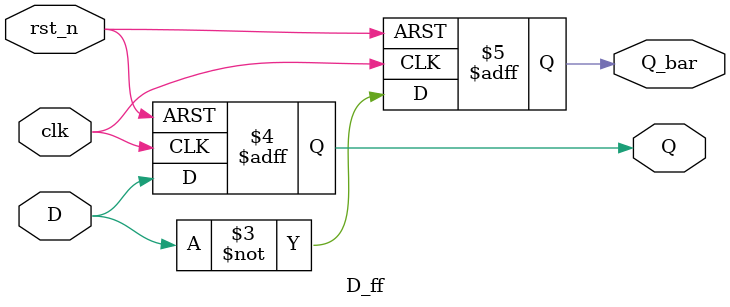
<source format=v>
`timescale 1ns/1ps

module D_ff(clk, rst_n, D, Q, Q_bar);
    input clk, rst_n, D;
    output reg Q, Q_bar;
    
    always @(posedge clk or negedge rst_n)
        if (!rst_n)
            begin 
                Q <= 1'b0;
                Q_bar <= 1'b1;
            end
        else 
            begin
                Q <= D;
                Q_bar <= ~D;
            end

endmodule
</source>
